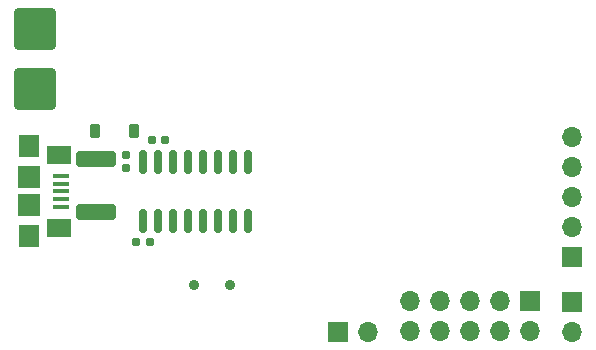
<source format=gbr>
%TF.GenerationSoftware,KiCad,Pcbnew,7.0.7*%
%TF.CreationDate,2024-05-24T10:30:38-07:00*%
%TF.ProjectId,Pinky,50696e6b-792e-46b6-9963-61645f706362,rev?*%
%TF.SameCoordinates,Original*%
%TF.FileFunction,Soldermask,Bot*%
%TF.FilePolarity,Negative*%
%FSLAX46Y46*%
G04 Gerber Fmt 4.6, Leading zero omitted, Abs format (unit mm)*
G04 Created by KiCad (PCBNEW 7.0.7) date 2024-05-24 10:30:38*
%MOMM*%
%LPD*%
G01*
G04 APERTURE LIST*
G04 Aperture macros list*
%AMRoundRect*
0 Rectangle with rounded corners*
0 $1 Rounding radius*
0 $2 $3 $4 $5 $6 $7 $8 $9 X,Y pos of 4 corners*
0 Add a 4 corners polygon primitive as box body*
4,1,4,$2,$3,$4,$5,$6,$7,$8,$9,$2,$3,0*
0 Add four circle primitives for the rounded corners*
1,1,$1+$1,$2,$3*
1,1,$1+$1,$4,$5*
1,1,$1+$1,$6,$7*
1,1,$1+$1,$8,$9*
0 Add four rect primitives between the rounded corners*
20,1,$1+$1,$2,$3,$4,$5,0*
20,1,$1+$1,$4,$5,$6,$7,0*
20,1,$1+$1,$6,$7,$8,$9,0*
20,1,$1+$1,$8,$9,$2,$3,0*%
G04 Aperture macros list end*
%ADD10C,0.900000*%
%ADD11RoundRect,0.250002X-1.499998X-1.499998X1.499998X-1.499998X1.499998X1.499998X-1.499998X1.499998X0*%
%ADD12R,1.700000X1.700000*%
%ADD13O,1.700000X1.700000*%
%ADD14RoundRect,0.155000X-0.155000X0.212500X-0.155000X-0.212500X0.155000X-0.212500X0.155000X0.212500X0*%
%ADD15R,1.346200X0.406400*%
%ADD16R,1.803400X1.905000*%
%ADD17R,2.108200X1.600200*%
%ADD18R,1.905000X1.905000*%
%ADD19RoundRect,0.150000X-0.150000X0.825000X-0.150000X-0.825000X0.150000X-0.825000X0.150000X0.825000X0*%
%ADD20RoundRect,0.250000X-1.450000X0.400000X-1.450000X-0.400000X1.450000X-0.400000X1.450000X0.400000X0*%
%ADD21RoundRect,0.155000X-0.212500X-0.155000X0.212500X-0.155000X0.212500X0.155000X-0.212500X0.155000X0*%
%ADD22RoundRect,0.225000X0.225000X0.375000X-0.225000X0.375000X-0.225000X-0.375000X0.225000X-0.375000X0*%
G04 APERTURE END LIST*
D10*
%TO.C,SW1*%
X140994000Y-90533000D03*
X143994000Y-90533000D03*
%TD*%
D11*
%TO.C,J2*%
X127508000Y-68834000D03*
%TD*%
D12*
%TO.C,J3*%
X172974000Y-88138000D03*
D13*
X172974000Y-85598000D03*
X172974000Y-83058000D03*
X172974000Y-80518000D03*
X172974000Y-77978000D03*
%TD*%
D12*
%TO.C,J11*%
X153162000Y-94488000D03*
D13*
X155702000Y-94488000D03*
%TD*%
D11*
%TO.C,J1*%
X127508000Y-73914000D03*
%TD*%
D12*
%TO.C,J10*%
X172974000Y-91948000D03*
D13*
X172974000Y-94488000D03*
%TD*%
D14*
%TO.C,C4*%
X135255000Y-79507500D03*
X135255000Y-80642500D03*
%TD*%
D15*
%TO.C,J8*%
X129708499Y-83910000D03*
X129708499Y-83259999D03*
X129708499Y-82610000D03*
X129708499Y-81960001D03*
X129708499Y-81310000D03*
D16*
X127033498Y-86410000D03*
D17*
X129583498Y-85709999D03*
D18*
X127033498Y-83810000D03*
D17*
X129583498Y-79510001D03*
D16*
X127033498Y-78810000D03*
D18*
X127033498Y-81410000D03*
%TD*%
D12*
%TO.C,J7*%
X169388000Y-91928000D03*
D13*
X169388000Y-94468000D03*
X166848000Y-91928000D03*
X166848000Y-94468000D03*
X164308000Y-91928000D03*
X164308000Y-94468000D03*
X161768000Y-91928000D03*
X161768000Y-94468000D03*
X159228000Y-91928000D03*
X159228000Y-94468000D03*
%TD*%
D19*
%TO.C,U1*%
X136652000Y-80140000D03*
X137922000Y-80140000D03*
X139192000Y-80140000D03*
X140462000Y-80140000D03*
X141732000Y-80140000D03*
X143002000Y-80140000D03*
X144272000Y-80140000D03*
X145542000Y-80140000D03*
X145542000Y-85090000D03*
X144272000Y-85090000D03*
X143002000Y-85090000D03*
X141732000Y-85090000D03*
X140462000Y-85090000D03*
X139192000Y-85090000D03*
X137922000Y-85090000D03*
X136652000Y-85090000D03*
%TD*%
D20*
%TO.C,F1*%
X132715000Y-79882000D03*
X132715000Y-84332000D03*
%TD*%
D21*
%TO.C,C3*%
X137422000Y-78292000D03*
X138557000Y-78292000D03*
%TD*%
%TO.C,C5*%
X136084500Y-86868000D03*
X137219500Y-86868000D03*
%TD*%
D22*
%TO.C,D5*%
X135889000Y-77535000D03*
X132589000Y-77535000D03*
%TD*%
M02*

</source>
